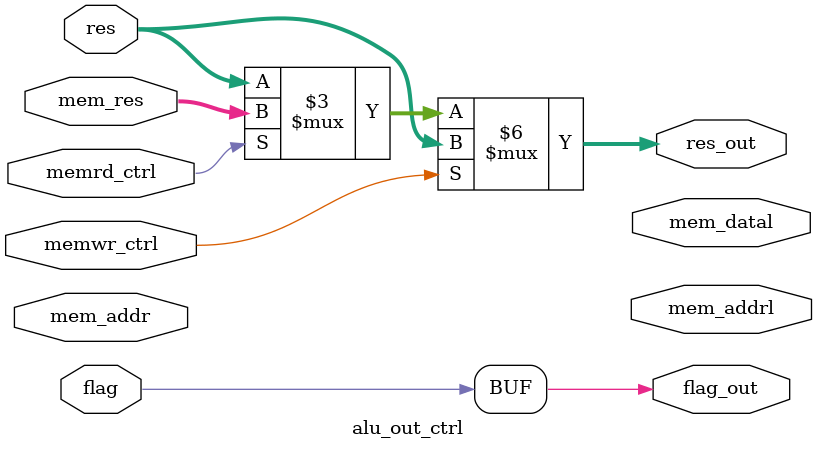
<source format=v>
`timescale 1ns / 1ps


module alu_out_ctrl(
	input [15:0] res,
	input flag,
	input memwr_ctrl,
	input memrd_ctrl,
	input [17:0] mem_addr,
	input [15:0] mem_res,
	output reg [17:0] mem_addrl,
	output reg [17:0] mem_datal,
	output reg [15:0] res_out,
	output reg flag_out
);
	always @(*) begin
		if (memwr_ctrl) begin
			res_out <= res;
		end else if (memrd_ctrl) begin
			res_out <= mem_res;
		end else begin
			res_out <= res;
		end
		flag_out <= flag;
	end
endmodule


</source>
